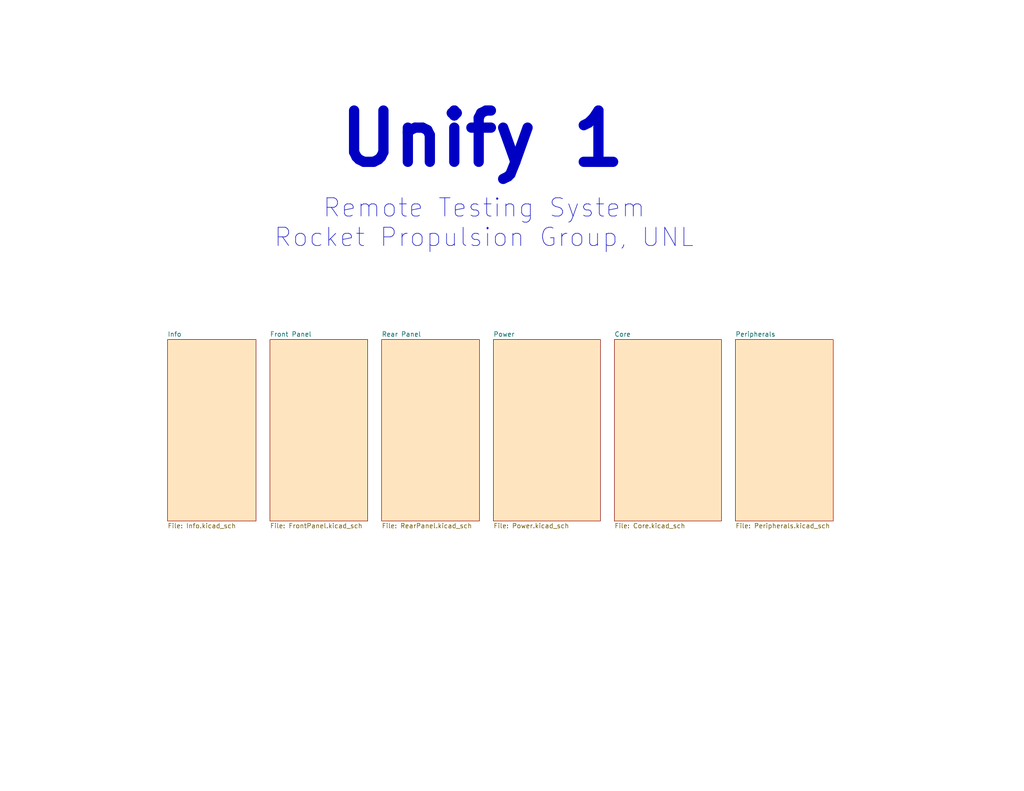
<source format=kicad_sch>
(kicad_sch
	(version 20231120)
	(generator "eeschema")
	(generator_version "8.0")
	(uuid "d7aca1e7-56c9-4872-aeb9-41a48900f4f9")
	(paper "A")
	(title_block
		(title "Unify")
		(date "2025-02-26")
		(rev "1")
		(company "Rocket Propulsion Group, UNL")
		(comment 1 "Jack Shaver")
	)
	(lib_symbols)
	(text "Unify 1"
		(exclude_from_sim no)
		(at 91.44 38.1 0)
		(effects
			(font
				(size 14 14)
				(thickness 2.8)
				(bold yes)
			)
			(justify left)
		)
		(uuid "3078a648-b3a9-4db6-a5a6-072ea0d1c415")
	)
	(text "Remote Testing System\nRocket Propulsion Group, UNL"
		(exclude_from_sim no)
		(at 132.08 60.96 0)
		(effects
			(font
				(size 5 5)
			)
		)
		(uuid "36e209cf-086e-4890-a63e-76a2a065a60f")
	)
	(sheet
		(at 134.62 92.71)
		(size 29.21 49.53)
		(fields_autoplaced yes)
		(stroke
			(width 0.1524)
			(type solid)
		)
		(fill
			(color 255 229 191 1.0000)
		)
		(uuid "1b9292f0-c70a-4d1a-842a-3d6ec4b1e7b2")
		(property "Sheetname" "Power"
			(at 134.62 91.9984 0)
			(effects
				(font
					(size 1.27 1.27)
				)
				(justify left bottom)
			)
		)
		(property "Sheetfile" "Power.kicad_sch"
			(at 134.62 142.8246 0)
			(effects
				(font
					(size 1.27 1.27)
				)
				(justify left top)
			)
		)
		(instances
			(project "Unify_1"
				(path "/d7aca1e7-56c9-4872-aeb9-41a48900f4f9"
					(page "5")
				)
			)
		)
	)
	(sheet
		(at 200.66 92.71)
		(size 26.67 49.53)
		(fields_autoplaced yes)
		(stroke
			(width 0.1524)
			(type solid)
		)
		(fill
			(color 255 229 191 1.0000)
		)
		(uuid "38a20e1a-5936-479a-9615-a00a0a165935")
		(property "Sheetname" "Peripherals"
			(at 200.66 91.9984 0)
			(effects
				(font
					(size 1.27 1.27)
				)
				(justify left bottom)
			)
		)
		(property "Sheetfile" "Peripherals.kicad_sch"
			(at 200.66 142.8246 0)
			(effects
				(font
					(size 1.27 1.27)
				)
				(justify left top)
			)
		)
		(instances
			(project "Unify_1"
				(path "/d7aca1e7-56c9-4872-aeb9-41a48900f4f9"
					(page "7")
				)
			)
		)
	)
	(sheet
		(at 104.14 92.71)
		(size 26.67 49.53)
		(fields_autoplaced yes)
		(stroke
			(width 0.1524)
			(type solid)
		)
		(fill
			(color 255 229 191 1.0000)
		)
		(uuid "7d0319c0-66ac-4b5f-a410-40b86d157a84")
		(property "Sheetname" "Rear Panel"
			(at 104.14 91.9984 0)
			(effects
				(font
					(size 1.27 1.27)
				)
				(justify left bottom)
			)
		)
		(property "Sheetfile" "RearPanel.kicad_sch"
			(at 104.14 142.8246 0)
			(effects
				(font
					(size 1.27 1.27)
				)
				(justify left top)
			)
		)
		(instances
			(project "Unify_1"
				(path "/d7aca1e7-56c9-4872-aeb9-41a48900f4f9"
					(page "4")
				)
			)
		)
	)
	(sheet
		(at 73.66 92.71)
		(size 26.67 49.53)
		(fields_autoplaced yes)
		(stroke
			(width 0.1524)
			(type solid)
		)
		(fill
			(color 255 229 191 1.0000)
		)
		(uuid "9a6c083c-e5d0-48e1-b884-455a8840a511")
		(property "Sheetname" "Front Panel"
			(at 73.66 91.9984 0)
			(effects
				(font
					(size 1.27 1.27)
				)
				(justify left bottom)
			)
		)
		(property "Sheetfile" "FrontPanel.kicad_sch"
			(at 73.66 142.8246 0)
			(effects
				(font
					(size 1.27 1.27)
				)
				(justify left top)
			)
		)
		(instances
			(project "Unify_1"
				(path "/d7aca1e7-56c9-4872-aeb9-41a48900f4f9"
					(page "3")
				)
			)
		)
	)
	(sheet
		(at 167.64 92.71)
		(size 29.21 49.53)
		(fields_autoplaced yes)
		(stroke
			(width 0.1524)
			(type solid)
		)
		(fill
			(color 255 229 191 1.0000)
		)
		(uuid "abf090f9-a50e-4cee-98fc-42c9ec4f2fdd")
		(property "Sheetname" "Core"
			(at 167.64 91.9984 0)
			(effects
				(font
					(size 1.27 1.27)
				)
				(justify left bottom)
			)
		)
		(property "Sheetfile" "Core.kicad_sch"
			(at 167.64 142.8246 0)
			(effects
				(font
					(size 1.27 1.27)
				)
				(justify left top)
			)
		)
		(instances
			(project "Unify_1"
				(path "/d7aca1e7-56c9-4872-aeb9-41a48900f4f9"
					(page "6")
				)
			)
		)
	)
	(sheet
		(at 45.72 92.71)
		(size 24.13 49.53)
		(fields_autoplaced yes)
		(stroke
			(width 0.1524)
			(type solid)
		)
		(fill
			(color 255 229 191 1.0000)
		)
		(uuid "d4a8147a-234d-42ea-9ca1-f2010f59f46a")
		(property "Sheetname" "Info"
			(at 45.72 91.9984 0)
			(effects
				(font
					(size 1.27 1.27)
				)
				(justify left bottom)
			)
		)
		(property "Sheetfile" "Info.kicad_sch"
			(at 45.72 142.8246 0)
			(effects
				(font
					(size 1.27 1.27)
				)
				(justify left top)
			)
		)
		(instances
			(project "Unify_1"
				(path "/d7aca1e7-56c9-4872-aeb9-41a48900f4f9"
					(page "2")
				)
			)
		)
	)
	(sheet_instances
		(path "/"
			(page "1")
		)
	)
)

</source>
